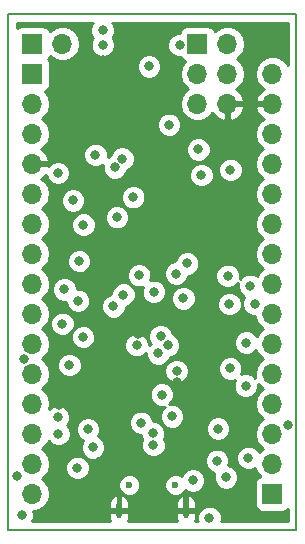
<source format=gbr>
%TF.GenerationSoftware,KiCad,Pcbnew,(5.0.2)-1*%
%TF.CreationDate,2020-12-10T22:03:50+01:00*%
%TF.ProjectId,canduino,63616e64-7569-46e6-9f2e-6b696361645f,rev?*%
%TF.SameCoordinates,Original*%
%TF.FileFunction,Copper,L3,Inr*%
%TF.FilePolarity,Positive*%
%FSLAX46Y46*%
G04 Gerber Fmt 4.6, Leading zero omitted, Abs format (unit mm)*
G04 Created by KiCad (PCBNEW (5.0.2)-1) date 10.12.2020 22:03:50*
%MOMM*%
%LPD*%
G01*
G04 APERTURE LIST*
%ADD10C,0.200000*%
%ADD11O,1.700000X1.700000*%
%ADD12R,1.700000X1.700000*%
%ADD13C,0.600000*%
%ADD14O,0.450000X1.450000*%
%ADD15C,0.800000*%
%ADD16C,0.254000*%
G04 APERTURE END LIST*
D10*
X76708000Y-63500000D02*
X101092000Y-63500000D01*
X76708000Y-107188000D02*
X76708000Y-63500000D01*
X101092000Y-107188000D02*
X76708000Y-107188000D01*
X101092000Y-63500000D02*
X101092000Y-107188000D01*
D11*
X99060000Y-68580000D03*
X99060000Y-71120000D03*
X99060000Y-73660000D03*
X99060000Y-76200000D03*
X99060000Y-78740000D03*
X99060000Y-81280000D03*
X99060000Y-83820000D03*
X99060000Y-86360000D03*
X99060000Y-88900000D03*
X99060000Y-91440000D03*
X99060000Y-93980000D03*
X99060000Y-96520000D03*
X99060000Y-99060000D03*
X99060000Y-101600000D03*
D12*
X99060000Y-104140000D03*
X78740000Y-68580000D03*
D11*
X78740000Y-71120000D03*
X78740000Y-73660000D03*
X78740000Y-76200000D03*
X78740000Y-78740000D03*
X78740000Y-81280000D03*
X78740000Y-83820000D03*
X78740000Y-86360000D03*
X78740000Y-88900000D03*
X78740000Y-91440000D03*
X78740000Y-93980000D03*
X78740000Y-96520000D03*
X78740000Y-99060000D03*
X78740000Y-101600000D03*
X78740000Y-104140000D03*
D12*
X92710000Y-66040000D03*
D11*
X95250000Y-66040000D03*
X92710000Y-68580000D03*
X95250000Y-68580000D03*
X92710000Y-71120000D03*
X95250000Y-71120000D03*
D13*
X86950000Y-103395000D03*
X90850000Y-103395000D03*
D14*
X86075000Y-105545000D03*
X91725000Y-105545000D03*
D12*
X78740000Y-66040000D03*
D11*
X81280000Y-66040000D03*
D15*
X95504000Y-76708000D03*
X85890100Y-80721200D03*
X83058000Y-81352000D03*
X85189060Y-78714600D03*
X84678520Y-67409060D03*
X82278220Y-69301360D03*
X84277200Y-69623940D03*
X86367620Y-69298820D03*
X88447880Y-69364860D03*
X89514680Y-70860920D03*
X91587320Y-75857100D03*
X94942660Y-73936860D03*
X89161620Y-85120480D03*
X80645000Y-91186000D03*
X96047560Y-104922320D03*
X88953340Y-105529380D03*
X91003120Y-94701360D03*
X81026000Y-96647000D03*
X87718900Y-90601800D03*
X83972400Y-89839800D03*
X90439240Y-102283260D03*
X82550000Y-104407500D03*
X83738720Y-97121980D03*
X95250000Y-97395500D03*
X90970100Y-100152200D03*
X96418400Y-99136200D03*
X92786200Y-74980800D03*
X85712300Y-76492100D03*
X82169000Y-79301999D03*
X84693760Y-66136520D03*
X84074000Y-75438000D03*
X90309700Y-72898000D03*
X95415100Y-88074500D03*
X87553800Y-91554300D03*
X95481140Y-93525340D03*
X96799400Y-94983300D03*
X83439000Y-98679000D03*
X90563700Y-97579180D03*
X92329000Y-102997000D03*
X82550000Y-101932500D03*
X83030010Y-90868500D03*
X81280000Y-89740500D03*
X82599998Y-87795148D03*
X93726000Y-106172000D03*
X95123000Y-102743000D03*
X94361000Y-101346000D03*
X87927729Y-98129137D03*
X89009220Y-87038180D03*
X89695020Y-95730060D03*
X89382600Y-92240100D03*
X91517382Y-87582922D03*
X91846400Y-84632800D03*
X87274400Y-79027020D03*
X95267780Y-85676740D03*
X80899000Y-97663000D03*
X97155000Y-86525100D03*
X96842580Y-91338400D03*
X90944700Y-93738700D03*
X88953340Y-99001580D03*
X88975000Y-100014234D03*
X88612980Y-67940001D03*
X91191080Y-66144140D03*
X80909160Y-76979780D03*
X77824673Y-105949190D03*
X77431900Y-102666800D03*
X86352380Y-75763120D03*
X90909140Y-85488780D03*
X90195400Y-91554300D03*
X81870174Y-93239775D03*
X77985990Y-92741463D03*
X85598000Y-88265000D03*
X84678520Y-64894460D03*
X89598500Y-90805000D03*
X93035120Y-77149960D03*
X94449900Y-98615500D03*
X97028000Y-101092000D03*
X87767160Y-85628480D03*
X82689657Y-84435519D03*
X86448900Y-87261700D03*
X81444847Y-86824567D03*
X100418900Y-98285300D03*
X97548700Y-88036400D03*
X83858100Y-100203000D03*
X80937100Y-99072700D03*
D16*
G36*
X83801089Y-64308180D02*
X83643520Y-64688586D01*
X83643520Y-65100334D01*
X83801089Y-65480740D01*
X83843459Y-65523110D01*
X83816329Y-65550240D01*
X83658760Y-65930646D01*
X83658760Y-66342394D01*
X83816329Y-66722800D01*
X84107480Y-67013951D01*
X84487886Y-67171520D01*
X84899634Y-67171520D01*
X85280040Y-67013951D01*
X85571191Y-66722800D01*
X85728760Y-66342394D01*
X85728760Y-65938266D01*
X90156080Y-65938266D01*
X90156080Y-66350014D01*
X90313649Y-66730420D01*
X90604800Y-67021571D01*
X90985206Y-67179140D01*
X91289489Y-67179140D01*
X91402191Y-67347809D01*
X91612235Y-67488157D01*
X91657619Y-67497184D01*
X91639375Y-67509375D01*
X91311161Y-68000582D01*
X91195908Y-68580000D01*
X91311161Y-69159418D01*
X91639375Y-69650625D01*
X91937761Y-69850000D01*
X91639375Y-70049375D01*
X91311161Y-70540582D01*
X91195908Y-71120000D01*
X91311161Y-71699418D01*
X91639375Y-72190625D01*
X92130582Y-72518839D01*
X92563744Y-72605000D01*
X92856256Y-72605000D01*
X93289418Y-72518839D01*
X93780625Y-72190625D01*
X93981353Y-71890214D01*
X94368642Y-72315183D01*
X94893108Y-72561486D01*
X95123000Y-72440819D01*
X95123000Y-71247000D01*
X95377000Y-71247000D01*
X95377000Y-72440819D01*
X95606892Y-72561486D01*
X96131358Y-72315183D01*
X96521645Y-71886924D01*
X96691476Y-71476890D01*
X96570155Y-71247000D01*
X95377000Y-71247000D01*
X95123000Y-71247000D01*
X95103000Y-71247000D01*
X95103000Y-70993000D01*
X95123000Y-70993000D01*
X95123000Y-70973000D01*
X95377000Y-70973000D01*
X95377000Y-70993000D01*
X96570155Y-70993000D01*
X96691476Y-70763110D01*
X96521645Y-70353076D01*
X96131358Y-69924817D01*
X96001522Y-69863843D01*
X96320625Y-69650625D01*
X96648839Y-69159418D01*
X96764092Y-68580000D01*
X96648839Y-68000582D01*
X96320625Y-67509375D01*
X96022239Y-67310000D01*
X96320625Y-67110625D01*
X96648839Y-66619418D01*
X96764092Y-66040000D01*
X96648839Y-65460582D01*
X96320625Y-64969375D01*
X95829418Y-64641161D01*
X95396256Y-64555000D01*
X95103744Y-64555000D01*
X94670582Y-64641161D01*
X94179375Y-64969375D01*
X94167184Y-64987619D01*
X94158157Y-64942235D01*
X94017809Y-64732191D01*
X93807765Y-64591843D01*
X93560000Y-64542560D01*
X91860000Y-64542560D01*
X91612235Y-64591843D01*
X91402191Y-64732191D01*
X91261843Y-64942235D01*
X91228644Y-65109140D01*
X90985206Y-65109140D01*
X90604800Y-65266709D01*
X90313649Y-65557860D01*
X90156080Y-65938266D01*
X85728760Y-65938266D01*
X85728760Y-65930646D01*
X85571191Y-65550240D01*
X85528821Y-65507870D01*
X85555951Y-65480740D01*
X85713520Y-65100334D01*
X85713520Y-64688586D01*
X85555951Y-64308180D01*
X85482771Y-64235000D01*
X100357000Y-64235000D01*
X100357000Y-67848169D01*
X100130625Y-67509375D01*
X99639418Y-67181161D01*
X99206256Y-67095000D01*
X98913744Y-67095000D01*
X98480582Y-67181161D01*
X97989375Y-67509375D01*
X97661161Y-68000582D01*
X97545908Y-68580000D01*
X97661161Y-69159418D01*
X97989375Y-69650625D01*
X98308478Y-69863843D01*
X98178642Y-69924817D01*
X97788355Y-70353076D01*
X97618524Y-70763110D01*
X97739845Y-70993000D01*
X98933000Y-70993000D01*
X98933000Y-70973000D01*
X99187000Y-70973000D01*
X99187000Y-70993000D01*
X99207000Y-70993000D01*
X99207000Y-71247000D01*
X99187000Y-71247000D01*
X99187000Y-71267000D01*
X98933000Y-71267000D01*
X98933000Y-71247000D01*
X97739845Y-71247000D01*
X97618524Y-71476890D01*
X97788355Y-71886924D01*
X98178642Y-72315183D01*
X98308478Y-72376157D01*
X97989375Y-72589375D01*
X97661161Y-73080582D01*
X97545908Y-73660000D01*
X97661161Y-74239418D01*
X97989375Y-74730625D01*
X98287761Y-74930000D01*
X97989375Y-75129375D01*
X97661161Y-75620582D01*
X97545908Y-76200000D01*
X97661161Y-76779418D01*
X97989375Y-77270625D01*
X98287761Y-77470000D01*
X97989375Y-77669375D01*
X97661161Y-78160582D01*
X97545908Y-78740000D01*
X97661161Y-79319418D01*
X97989375Y-79810625D01*
X98287761Y-80010000D01*
X97989375Y-80209375D01*
X97661161Y-80700582D01*
X97545908Y-81280000D01*
X97661161Y-81859418D01*
X97989375Y-82350625D01*
X98287761Y-82550000D01*
X97989375Y-82749375D01*
X97661161Y-83240582D01*
X97545908Y-83820000D01*
X97661161Y-84399418D01*
X97989375Y-84890625D01*
X98287761Y-85090000D01*
X97989375Y-85289375D01*
X97746490Y-85652879D01*
X97741280Y-85647669D01*
X97360874Y-85490100D01*
X96949126Y-85490100D01*
X96568720Y-85647669D01*
X96280863Y-85935526D01*
X96302780Y-85882614D01*
X96302780Y-85470866D01*
X96145211Y-85090460D01*
X95854060Y-84799309D01*
X95473654Y-84641740D01*
X95061906Y-84641740D01*
X94681500Y-84799309D01*
X94390349Y-85090460D01*
X94232780Y-85470866D01*
X94232780Y-85882614D01*
X94390349Y-86263020D01*
X94681500Y-86554171D01*
X95061906Y-86711740D01*
X95473654Y-86711740D01*
X95854060Y-86554171D01*
X96141917Y-86266314D01*
X96120000Y-86319226D01*
X96120000Y-86730974D01*
X96277569Y-87111380D01*
X96568720Y-87402531D01*
X96674884Y-87446505D01*
X96671269Y-87450120D01*
X96513700Y-87830526D01*
X96513700Y-88242274D01*
X96671269Y-88622680D01*
X96962420Y-88913831D01*
X97342826Y-89071400D01*
X97580001Y-89071400D01*
X97661161Y-89479418D01*
X97989375Y-89970625D01*
X98287761Y-90170000D01*
X97989375Y-90369375D01*
X97725224Y-90764705D01*
X97720011Y-90752120D01*
X97428860Y-90460969D01*
X97048454Y-90303400D01*
X96636706Y-90303400D01*
X96256300Y-90460969D01*
X95965149Y-90752120D01*
X95807580Y-91132526D01*
X95807580Y-91544274D01*
X95965149Y-91924680D01*
X96256300Y-92215831D01*
X96636706Y-92373400D01*
X97048454Y-92373400D01*
X97428860Y-92215831D01*
X97655207Y-91989484D01*
X97661161Y-92019418D01*
X97989375Y-92510625D01*
X98287761Y-92710000D01*
X97989375Y-92909375D01*
X97661161Y-93400582D01*
X97545908Y-93980000D01*
X97616946Y-94337135D01*
X97385680Y-94105869D01*
X97005274Y-93948300D01*
X96593526Y-93948300D01*
X96391570Y-94031953D01*
X96516140Y-93731214D01*
X96516140Y-93319466D01*
X96358571Y-92939060D01*
X96067420Y-92647909D01*
X95687014Y-92490340D01*
X95275266Y-92490340D01*
X94894860Y-92647909D01*
X94603709Y-92939060D01*
X94446140Y-93319466D01*
X94446140Y-93731214D01*
X94603709Y-94111620D01*
X94894860Y-94402771D01*
X95275266Y-94560340D01*
X95687014Y-94560340D01*
X95888970Y-94476687D01*
X95764400Y-94777426D01*
X95764400Y-95189174D01*
X95921969Y-95569580D01*
X96213120Y-95860731D01*
X96593526Y-96018300D01*
X97005274Y-96018300D01*
X97385680Y-95860731D01*
X97676831Y-95569580D01*
X97834400Y-95189174D01*
X97834400Y-94818689D01*
X97989375Y-95050625D01*
X98287761Y-95250000D01*
X97989375Y-95449375D01*
X97661161Y-95940582D01*
X97545908Y-96520000D01*
X97661161Y-97099418D01*
X97989375Y-97590625D01*
X98287761Y-97790000D01*
X97989375Y-97989375D01*
X97661161Y-98480582D01*
X97545908Y-99060000D01*
X97661161Y-99639418D01*
X97989375Y-100130625D01*
X98287761Y-100330000D01*
X97989375Y-100529375D01*
X97943604Y-100597877D01*
X97905431Y-100505720D01*
X97614280Y-100214569D01*
X97233874Y-100057000D01*
X96822126Y-100057000D01*
X96441720Y-100214569D01*
X96150569Y-100505720D01*
X95993000Y-100886126D01*
X95993000Y-101297874D01*
X96150569Y-101678280D01*
X96441720Y-101969431D01*
X96822126Y-102127000D01*
X97233874Y-102127000D01*
X97614280Y-101969431D01*
X97618544Y-101965167D01*
X97661161Y-102179418D01*
X97989375Y-102670625D01*
X98007619Y-102682816D01*
X97962235Y-102691843D01*
X97752191Y-102832191D01*
X97611843Y-103042235D01*
X97562560Y-103290000D01*
X97562560Y-104990000D01*
X97611843Y-105237765D01*
X97752191Y-105447809D01*
X97962235Y-105588157D01*
X98210000Y-105637440D01*
X99910000Y-105637440D01*
X100157765Y-105588157D01*
X100357001Y-105455031D01*
X100357001Y-106453000D01*
X94729882Y-106453000D01*
X94761000Y-106377874D01*
X94761000Y-105966126D01*
X94603431Y-105585720D01*
X94312280Y-105294569D01*
X93931874Y-105137000D01*
X93520126Y-105137000D01*
X93139720Y-105294569D01*
X92848569Y-105585720D01*
X92691000Y-105966126D01*
X92691000Y-106377874D01*
X92722118Y-106453000D01*
X92484662Y-106453000D01*
X92585000Y-106172000D01*
X92585000Y-105672000D01*
X91837500Y-105672000D01*
X91837500Y-105692000D01*
X91612500Y-105692000D01*
X91612500Y-105672000D01*
X90865000Y-105672000D01*
X90865000Y-106172000D01*
X90965338Y-106453000D01*
X86834662Y-106453000D01*
X86935000Y-106172000D01*
X86935000Y-105672000D01*
X86187500Y-105672000D01*
X86187500Y-105692000D01*
X85962500Y-105692000D01*
X85962500Y-105672000D01*
X85215000Y-105672000D01*
X85215000Y-106172000D01*
X85315338Y-106453000D01*
X78736264Y-106453000D01*
X78859673Y-106155064D01*
X78859673Y-105743316D01*
X78810665Y-105625000D01*
X78886256Y-105625000D01*
X79319418Y-105538839D01*
X79810625Y-105210625D01*
X80006150Y-104918000D01*
X85215000Y-104918000D01*
X85215000Y-105418000D01*
X85962500Y-105418000D01*
X85962500Y-104352833D01*
X86187500Y-104352833D01*
X86187500Y-105418000D01*
X86935000Y-105418000D01*
X86935000Y-104918000D01*
X90865000Y-104918000D01*
X90865000Y-105418000D01*
X91612500Y-105418000D01*
X91612500Y-104352833D01*
X91837500Y-104352833D01*
X91837500Y-105418000D01*
X92585000Y-105418000D01*
X92585000Y-104918000D01*
X92470936Y-104598560D01*
X92243310Y-104347086D01*
X91969493Y-104220486D01*
X91837500Y-104352833D01*
X91612500Y-104352833D01*
X91480507Y-104220486D01*
X91206690Y-104347086D01*
X90979064Y-104598560D01*
X90865000Y-104918000D01*
X86935000Y-104918000D01*
X86820936Y-104598560D01*
X86593310Y-104347086D01*
X86319493Y-104220486D01*
X86187500Y-104352833D01*
X85962500Y-104352833D01*
X85830507Y-104220486D01*
X85556690Y-104347086D01*
X85329064Y-104598560D01*
X85215000Y-104918000D01*
X80006150Y-104918000D01*
X80138839Y-104719418D01*
X80254092Y-104140000D01*
X80138839Y-103560582D01*
X79903931Y-103209017D01*
X86015000Y-103209017D01*
X86015000Y-103580983D01*
X86157345Y-103924635D01*
X86420365Y-104187655D01*
X86764017Y-104330000D01*
X87135983Y-104330000D01*
X87479635Y-104187655D01*
X87742655Y-103924635D01*
X87885000Y-103580983D01*
X87885000Y-103209017D01*
X89915000Y-103209017D01*
X89915000Y-103580983D01*
X90057345Y-103924635D01*
X90320365Y-104187655D01*
X90664017Y-104330000D01*
X91035983Y-104330000D01*
X91379635Y-104187655D01*
X91642655Y-103924635D01*
X91686668Y-103818379D01*
X91742720Y-103874431D01*
X92123126Y-104032000D01*
X92534874Y-104032000D01*
X92915280Y-103874431D01*
X93206431Y-103583280D01*
X93364000Y-103202874D01*
X93364000Y-102791126D01*
X93206431Y-102410720D01*
X92915280Y-102119569D01*
X92534874Y-101962000D01*
X92123126Y-101962000D01*
X91742720Y-102119569D01*
X91451569Y-102410720D01*
X91373285Y-102599715D01*
X91035983Y-102460000D01*
X90664017Y-102460000D01*
X90320365Y-102602345D01*
X90057345Y-102865365D01*
X89915000Y-103209017D01*
X87885000Y-103209017D01*
X87742655Y-102865365D01*
X87479635Y-102602345D01*
X87135983Y-102460000D01*
X86764017Y-102460000D01*
X86420365Y-102602345D01*
X86157345Y-102865365D01*
X86015000Y-103209017D01*
X79903931Y-103209017D01*
X79810625Y-103069375D01*
X79512239Y-102870000D01*
X79810625Y-102670625D01*
X80138839Y-102179418D01*
X80228904Y-101726626D01*
X81515000Y-101726626D01*
X81515000Y-102138374D01*
X81672569Y-102518780D01*
X81963720Y-102809931D01*
X82344126Y-102967500D01*
X82755874Y-102967500D01*
X83136280Y-102809931D01*
X83427431Y-102518780D01*
X83585000Y-102138374D01*
X83585000Y-101726626D01*
X83427431Y-101346220D01*
X83136280Y-101055069D01*
X82755874Y-100897500D01*
X82344126Y-100897500D01*
X81963720Y-101055069D01*
X81672569Y-101346220D01*
X81515000Y-101726626D01*
X80228904Y-101726626D01*
X80254092Y-101600000D01*
X80138839Y-101020582D01*
X79810625Y-100529375D01*
X79512239Y-100330000D01*
X79810625Y-100130625D01*
X80099293Y-99698604D01*
X80350820Y-99950131D01*
X80731226Y-100107700D01*
X81142974Y-100107700D01*
X81523380Y-99950131D01*
X81814531Y-99658980D01*
X81972100Y-99278574D01*
X81972100Y-98866826D01*
X81814531Y-98486420D01*
X81801237Y-98473126D01*
X82404000Y-98473126D01*
X82404000Y-98884874D01*
X82561569Y-99265280D01*
X82852720Y-99556431D01*
X82985824Y-99611565D01*
X82980669Y-99616720D01*
X82823100Y-99997126D01*
X82823100Y-100408874D01*
X82980669Y-100789280D01*
X83271820Y-101080431D01*
X83652226Y-101238000D01*
X84063974Y-101238000D01*
X84300263Y-101140126D01*
X93326000Y-101140126D01*
X93326000Y-101551874D01*
X93483569Y-101932280D01*
X93774720Y-102223431D01*
X94153029Y-102380131D01*
X94088000Y-102537126D01*
X94088000Y-102948874D01*
X94245569Y-103329280D01*
X94536720Y-103620431D01*
X94917126Y-103778000D01*
X95328874Y-103778000D01*
X95709280Y-103620431D01*
X96000431Y-103329280D01*
X96158000Y-102948874D01*
X96158000Y-102537126D01*
X96000431Y-102156720D01*
X95709280Y-101865569D01*
X95330971Y-101708869D01*
X95396000Y-101551874D01*
X95396000Y-101140126D01*
X95238431Y-100759720D01*
X94947280Y-100468569D01*
X94566874Y-100311000D01*
X94155126Y-100311000D01*
X93774720Y-100468569D01*
X93483569Y-100759720D01*
X93326000Y-101140126D01*
X84300263Y-101140126D01*
X84444380Y-101080431D01*
X84735531Y-100789280D01*
X84893100Y-100408874D01*
X84893100Y-99997126D01*
X84735531Y-99616720D01*
X84444380Y-99325569D01*
X84311276Y-99270435D01*
X84316431Y-99265280D01*
X84474000Y-98884874D01*
X84474000Y-98473126D01*
X84316431Y-98092720D01*
X84146974Y-97923263D01*
X86892729Y-97923263D01*
X86892729Y-98335011D01*
X87050298Y-98715417D01*
X87341449Y-99006568D01*
X87721855Y-99164137D01*
X87918340Y-99164137D01*
X87918340Y-99207454D01*
X88053621Y-99534053D01*
X87940000Y-99808360D01*
X87940000Y-100220108D01*
X88097569Y-100600514D01*
X88388720Y-100891665D01*
X88769126Y-101049234D01*
X89180874Y-101049234D01*
X89561280Y-100891665D01*
X89852431Y-100600514D01*
X90010000Y-100220108D01*
X90010000Y-99808360D01*
X89874719Y-99481761D01*
X89988340Y-99207454D01*
X89988340Y-98795706D01*
X89830771Y-98415300D01*
X89539620Y-98124149D01*
X89159214Y-97966580D01*
X88962729Y-97966580D01*
X88962729Y-97923263D01*
X88805160Y-97542857D01*
X88514009Y-97251706D01*
X88133603Y-97094137D01*
X87721855Y-97094137D01*
X87341449Y-97251706D01*
X87050298Y-97542857D01*
X86892729Y-97923263D01*
X84146974Y-97923263D01*
X84025280Y-97801569D01*
X83644874Y-97644000D01*
X83233126Y-97644000D01*
X82852720Y-97801569D01*
X82561569Y-98092720D01*
X82404000Y-98473126D01*
X81801237Y-98473126D01*
X81676911Y-98348800D01*
X81776431Y-98249280D01*
X81934000Y-97868874D01*
X81934000Y-97457126D01*
X81776431Y-97076720D01*
X81485280Y-96785569D01*
X81104874Y-96628000D01*
X80693126Y-96628000D01*
X80312720Y-96785569D01*
X80173593Y-96924696D01*
X80254092Y-96520000D01*
X80138839Y-95940582D01*
X79860613Y-95524186D01*
X88660020Y-95524186D01*
X88660020Y-95935934D01*
X88817589Y-96316340D01*
X89108740Y-96607491D01*
X89489146Y-96765060D01*
X89900894Y-96765060D01*
X89923453Y-96755716D01*
X89686269Y-96992900D01*
X89528700Y-97373306D01*
X89528700Y-97785054D01*
X89686269Y-98165460D01*
X89977420Y-98456611D01*
X90357826Y-98614180D01*
X90769574Y-98614180D01*
X91149980Y-98456611D01*
X91196965Y-98409626D01*
X93414900Y-98409626D01*
X93414900Y-98821374D01*
X93572469Y-99201780D01*
X93863620Y-99492931D01*
X94244026Y-99650500D01*
X94655774Y-99650500D01*
X95036180Y-99492931D01*
X95327331Y-99201780D01*
X95484900Y-98821374D01*
X95484900Y-98409626D01*
X95327331Y-98029220D01*
X95036180Y-97738069D01*
X94655774Y-97580500D01*
X94244026Y-97580500D01*
X93863620Y-97738069D01*
X93572469Y-98029220D01*
X93414900Y-98409626D01*
X91196965Y-98409626D01*
X91441131Y-98165460D01*
X91598700Y-97785054D01*
X91598700Y-97373306D01*
X91441131Y-96992900D01*
X91149980Y-96701749D01*
X90769574Y-96544180D01*
X90357826Y-96544180D01*
X90335267Y-96553524D01*
X90572451Y-96316340D01*
X90730020Y-95935934D01*
X90730020Y-95524186D01*
X90572451Y-95143780D01*
X90281300Y-94852629D01*
X89900894Y-94695060D01*
X89489146Y-94695060D01*
X89108740Y-94852629D01*
X88817589Y-95143780D01*
X88660020Y-95524186D01*
X79860613Y-95524186D01*
X79810625Y-95449375D01*
X79512239Y-95250000D01*
X79810625Y-95050625D01*
X80138839Y-94559418D01*
X80254092Y-93980000D01*
X80138839Y-93400582D01*
X79893831Y-93033901D01*
X80835174Y-93033901D01*
X80835174Y-93445649D01*
X80992743Y-93826055D01*
X81283894Y-94117206D01*
X81664300Y-94274775D01*
X82076048Y-94274775D01*
X82456454Y-94117206D01*
X82747605Y-93826055D01*
X82869064Y-93532826D01*
X89909700Y-93532826D01*
X89909700Y-93944574D01*
X90067269Y-94324980D01*
X90358420Y-94616131D01*
X90738826Y-94773700D01*
X91150574Y-94773700D01*
X91530980Y-94616131D01*
X91822131Y-94324980D01*
X91979700Y-93944574D01*
X91979700Y-93532826D01*
X91822131Y-93152420D01*
X91530980Y-92861269D01*
X91150574Y-92703700D01*
X90738826Y-92703700D01*
X90358420Y-92861269D01*
X90067269Y-93152420D01*
X89909700Y-93532826D01*
X82869064Y-93532826D01*
X82905174Y-93445649D01*
X82905174Y-93033901D01*
X82747605Y-92653495D01*
X82456454Y-92362344D01*
X82076048Y-92204775D01*
X81664300Y-92204775D01*
X81283894Y-92362344D01*
X80992743Y-92653495D01*
X80835174Y-93033901D01*
X79893831Y-93033901D01*
X79810625Y-92909375D01*
X79512239Y-92710000D01*
X79810625Y-92510625D01*
X80138839Y-92019418D01*
X80254092Y-91440000D01*
X80138839Y-90860582D01*
X79810625Y-90369375D01*
X79512239Y-90170000D01*
X79810625Y-89970625D01*
X80101950Y-89534626D01*
X80245000Y-89534626D01*
X80245000Y-89946374D01*
X80402569Y-90326780D01*
X80693720Y-90617931D01*
X81074126Y-90775500D01*
X81485874Y-90775500D01*
X81866280Y-90617931D01*
X82117640Y-90366571D01*
X81995010Y-90662626D01*
X81995010Y-91074374D01*
X82152579Y-91454780D01*
X82443730Y-91745931D01*
X82824136Y-91903500D01*
X83235884Y-91903500D01*
X83616290Y-91745931D01*
X83907441Y-91454780D01*
X83951494Y-91348426D01*
X86518800Y-91348426D01*
X86518800Y-91760174D01*
X86676369Y-92140580D01*
X86967520Y-92431731D01*
X87347926Y-92589300D01*
X87759674Y-92589300D01*
X88140080Y-92431731D01*
X88347600Y-92224211D01*
X88347600Y-92445974D01*
X88505169Y-92826380D01*
X88796320Y-93117531D01*
X89176726Y-93275100D01*
X89588474Y-93275100D01*
X89968880Y-93117531D01*
X90260031Y-92826380D01*
X90358233Y-92589300D01*
X90401274Y-92589300D01*
X90781680Y-92431731D01*
X91072831Y-92140580D01*
X91230400Y-91760174D01*
X91230400Y-91348426D01*
X91072831Y-90968020D01*
X90781680Y-90676869D01*
X90633500Y-90615491D01*
X90633500Y-90599126D01*
X90475931Y-90218720D01*
X90184780Y-89927569D01*
X89804374Y-89770000D01*
X89392626Y-89770000D01*
X89012220Y-89927569D01*
X88721069Y-90218720D01*
X88563500Y-90599126D01*
X88563500Y-91010874D01*
X88721069Y-91391280D01*
X88744389Y-91414600D01*
X88588800Y-91570189D01*
X88588800Y-91348426D01*
X88431231Y-90968020D01*
X88140080Y-90676869D01*
X87759674Y-90519300D01*
X87347926Y-90519300D01*
X86967520Y-90676869D01*
X86676369Y-90968020D01*
X86518800Y-91348426D01*
X83951494Y-91348426D01*
X84065010Y-91074374D01*
X84065010Y-90662626D01*
X83907441Y-90282220D01*
X83616290Y-89991069D01*
X83235884Y-89833500D01*
X82824136Y-89833500D01*
X82443730Y-89991069D01*
X82192370Y-90242429D01*
X82315000Y-89946374D01*
X82315000Y-89534626D01*
X82157431Y-89154220D01*
X81866280Y-88863069D01*
X81485874Y-88705500D01*
X81074126Y-88705500D01*
X80693720Y-88863069D01*
X80402569Y-89154220D01*
X80245000Y-89534626D01*
X80101950Y-89534626D01*
X80138839Y-89479418D01*
X80254092Y-88900000D01*
X80138839Y-88320582D01*
X79810625Y-87829375D01*
X79512239Y-87630000D01*
X79810625Y-87430625D01*
X80138839Y-86939418D01*
X80202634Y-86618693D01*
X80409847Y-86618693D01*
X80409847Y-87030441D01*
X80567416Y-87410847D01*
X80858567Y-87701998D01*
X81238973Y-87859567D01*
X81564998Y-87859567D01*
X81564998Y-88001022D01*
X81722567Y-88381428D01*
X82013718Y-88672579D01*
X82394124Y-88830148D01*
X82805872Y-88830148D01*
X83186278Y-88672579D01*
X83477429Y-88381428D01*
X83610930Y-88059126D01*
X84563000Y-88059126D01*
X84563000Y-88470874D01*
X84720569Y-88851280D01*
X85011720Y-89142431D01*
X85392126Y-89300000D01*
X85803874Y-89300000D01*
X86184280Y-89142431D01*
X86475431Y-88851280D01*
X86633000Y-88470874D01*
X86633000Y-88296700D01*
X86654774Y-88296700D01*
X87035180Y-88139131D01*
X87326331Y-87847980D01*
X87483900Y-87467574D01*
X87483900Y-87055826D01*
X87326331Y-86675420D01*
X87035180Y-86384269D01*
X86654774Y-86226700D01*
X86243026Y-86226700D01*
X85862620Y-86384269D01*
X85571469Y-86675420D01*
X85413900Y-87055826D01*
X85413900Y-87230000D01*
X85392126Y-87230000D01*
X85011720Y-87387569D01*
X84720569Y-87678720D01*
X84563000Y-88059126D01*
X83610930Y-88059126D01*
X83634998Y-88001022D01*
X83634998Y-87589274D01*
X83477429Y-87208868D01*
X83186278Y-86917717D01*
X82805872Y-86760148D01*
X82479847Y-86760148D01*
X82479847Y-86618693D01*
X82322278Y-86238287D01*
X82031127Y-85947136D01*
X81650721Y-85789567D01*
X81238973Y-85789567D01*
X80858567Y-85947136D01*
X80567416Y-86238287D01*
X80409847Y-86618693D01*
X80202634Y-86618693D01*
X80254092Y-86360000D01*
X80138839Y-85780582D01*
X79810625Y-85289375D01*
X79512239Y-85090000D01*
X79810625Y-84890625D01*
X80138839Y-84399418D01*
X80172608Y-84229645D01*
X81654657Y-84229645D01*
X81654657Y-84641393D01*
X81812226Y-85021799D01*
X82103377Y-85312950D01*
X82483783Y-85470519D01*
X82895531Y-85470519D01*
X83011203Y-85422606D01*
X86732160Y-85422606D01*
X86732160Y-85834354D01*
X86889729Y-86214760D01*
X87180880Y-86505911D01*
X87561286Y-86663480D01*
X87973034Y-86663480D01*
X88058878Y-86627922D01*
X87974220Y-86832306D01*
X87974220Y-87244054D01*
X88131789Y-87624460D01*
X88422940Y-87915611D01*
X88803346Y-88073180D01*
X89215094Y-88073180D01*
X89595500Y-87915611D01*
X89886651Y-87624460D01*
X89989132Y-87377048D01*
X90482382Y-87377048D01*
X90482382Y-87788796D01*
X90639951Y-88169202D01*
X90931102Y-88460353D01*
X91311508Y-88617922D01*
X91723256Y-88617922D01*
X92103662Y-88460353D01*
X92394813Y-88169202D01*
X92519315Y-87868626D01*
X94380100Y-87868626D01*
X94380100Y-88280374D01*
X94537669Y-88660780D01*
X94828820Y-88951931D01*
X95209226Y-89109500D01*
X95620974Y-89109500D01*
X96001380Y-88951931D01*
X96292531Y-88660780D01*
X96450100Y-88280374D01*
X96450100Y-87868626D01*
X96292531Y-87488220D01*
X96001380Y-87197069D01*
X95620974Y-87039500D01*
X95209226Y-87039500D01*
X94828820Y-87197069D01*
X94537669Y-87488220D01*
X94380100Y-87868626D01*
X92519315Y-87868626D01*
X92552382Y-87788796D01*
X92552382Y-87377048D01*
X92394813Y-86996642D01*
X92103662Y-86705491D01*
X91723256Y-86547922D01*
X91311508Y-86547922D01*
X90931102Y-86705491D01*
X90639951Y-86996642D01*
X90482382Y-87377048D01*
X89989132Y-87377048D01*
X90044220Y-87244054D01*
X90044220Y-86832306D01*
X89886651Y-86451900D01*
X89595500Y-86160749D01*
X89215094Y-86003180D01*
X88803346Y-86003180D01*
X88717502Y-86038738D01*
X88802160Y-85834354D01*
X88802160Y-85422606D01*
X88744295Y-85282906D01*
X89874140Y-85282906D01*
X89874140Y-85694654D01*
X90031709Y-86075060D01*
X90322860Y-86366211D01*
X90703266Y-86523780D01*
X91115014Y-86523780D01*
X91495420Y-86366211D01*
X91786571Y-86075060D01*
X91944140Y-85694654D01*
X91944140Y-85667800D01*
X92052274Y-85667800D01*
X92432680Y-85510231D01*
X92723831Y-85219080D01*
X92881400Y-84838674D01*
X92881400Y-84426926D01*
X92723831Y-84046520D01*
X92432680Y-83755369D01*
X92052274Y-83597800D01*
X91640526Y-83597800D01*
X91260120Y-83755369D01*
X90968969Y-84046520D01*
X90811400Y-84426926D01*
X90811400Y-84453780D01*
X90703266Y-84453780D01*
X90322860Y-84611349D01*
X90031709Y-84902500D01*
X89874140Y-85282906D01*
X88744295Y-85282906D01*
X88644591Y-85042200D01*
X88353440Y-84751049D01*
X87973034Y-84593480D01*
X87561286Y-84593480D01*
X87180880Y-84751049D01*
X86889729Y-85042200D01*
X86732160Y-85422606D01*
X83011203Y-85422606D01*
X83275937Y-85312950D01*
X83567088Y-85021799D01*
X83724657Y-84641393D01*
X83724657Y-84229645D01*
X83567088Y-83849239D01*
X83275937Y-83558088D01*
X82895531Y-83400519D01*
X82483783Y-83400519D01*
X82103377Y-83558088D01*
X81812226Y-83849239D01*
X81654657Y-84229645D01*
X80172608Y-84229645D01*
X80254092Y-83820000D01*
X80138839Y-83240582D01*
X79810625Y-82749375D01*
X79512239Y-82550000D01*
X79810625Y-82350625D01*
X80138839Y-81859418D01*
X80254092Y-81280000D01*
X80227463Y-81146126D01*
X82023000Y-81146126D01*
X82023000Y-81557874D01*
X82180569Y-81938280D01*
X82471720Y-82229431D01*
X82852126Y-82387000D01*
X83263874Y-82387000D01*
X83644280Y-82229431D01*
X83935431Y-81938280D01*
X84093000Y-81557874D01*
X84093000Y-81146126D01*
X83935431Y-80765720D01*
X83685037Y-80515326D01*
X84855100Y-80515326D01*
X84855100Y-80927074D01*
X85012669Y-81307480D01*
X85303820Y-81598631D01*
X85684226Y-81756200D01*
X86095974Y-81756200D01*
X86476380Y-81598631D01*
X86767531Y-81307480D01*
X86925100Y-80927074D01*
X86925100Y-80515326D01*
X86767531Y-80134920D01*
X86476380Y-79843769D01*
X86095974Y-79686200D01*
X85684226Y-79686200D01*
X85303820Y-79843769D01*
X85012669Y-80134920D01*
X84855100Y-80515326D01*
X83685037Y-80515326D01*
X83644280Y-80474569D01*
X83263874Y-80317000D01*
X82852126Y-80317000D01*
X82471720Y-80474569D01*
X82180569Y-80765720D01*
X82023000Y-81146126D01*
X80227463Y-81146126D01*
X80138839Y-80700582D01*
X79810625Y-80209375D01*
X79512239Y-80010000D01*
X79810625Y-79810625D01*
X80138839Y-79319418D01*
X80183254Y-79096125D01*
X81134000Y-79096125D01*
X81134000Y-79507873D01*
X81291569Y-79888279D01*
X81582720Y-80179430D01*
X81963126Y-80336999D01*
X82374874Y-80336999D01*
X82755280Y-80179430D01*
X83046431Y-79888279D01*
X83204000Y-79507873D01*
X83204000Y-79096125D01*
X83090101Y-78821146D01*
X86239400Y-78821146D01*
X86239400Y-79232894D01*
X86396969Y-79613300D01*
X86688120Y-79904451D01*
X87068526Y-80062020D01*
X87480274Y-80062020D01*
X87860680Y-79904451D01*
X88151831Y-79613300D01*
X88309400Y-79232894D01*
X88309400Y-78821146D01*
X88151831Y-78440740D01*
X87860680Y-78149589D01*
X87480274Y-77992020D01*
X87068526Y-77992020D01*
X86688120Y-78149589D01*
X86396969Y-78440740D01*
X86239400Y-78821146D01*
X83090101Y-78821146D01*
X83046431Y-78715719D01*
X82755280Y-78424568D01*
X82374874Y-78266999D01*
X81963126Y-78266999D01*
X81582720Y-78424568D01*
X81291569Y-78715719D01*
X81134000Y-79096125D01*
X80183254Y-79096125D01*
X80254092Y-78740000D01*
X80138839Y-78160582D01*
X79810625Y-77669375D01*
X79491522Y-77456157D01*
X79621358Y-77395183D01*
X79874160Y-77117785D01*
X79874160Y-77185654D01*
X80031729Y-77566060D01*
X80322880Y-77857211D01*
X80703286Y-78014780D01*
X81115034Y-78014780D01*
X81495440Y-77857211D01*
X81786591Y-77566060D01*
X81944160Y-77185654D01*
X81944160Y-76773906D01*
X81786591Y-76393500D01*
X81495440Y-76102349D01*
X81115034Y-75944780D01*
X80703286Y-75944780D01*
X80322880Y-76102349D01*
X80073307Y-76351922D01*
X80060155Y-76327000D01*
X78867000Y-76327000D01*
X78867000Y-76347000D01*
X78613000Y-76347000D01*
X78613000Y-76327000D01*
X78593000Y-76327000D01*
X78593000Y-76073000D01*
X78613000Y-76073000D01*
X78613000Y-76053000D01*
X78867000Y-76053000D01*
X78867000Y-76073000D01*
X80060155Y-76073000D01*
X80181476Y-75843110D01*
X80011645Y-75433076D01*
X79828513Y-75232126D01*
X83039000Y-75232126D01*
X83039000Y-75643874D01*
X83196569Y-76024280D01*
X83487720Y-76315431D01*
X83868126Y-76473000D01*
X84279874Y-76473000D01*
X84660280Y-76315431D01*
X84677300Y-76298411D01*
X84677300Y-76697974D01*
X84834869Y-77078380D01*
X85126020Y-77369531D01*
X85506426Y-77527100D01*
X85918174Y-77527100D01*
X86298580Y-77369531D01*
X86589731Y-77078380D01*
X86645357Y-76944086D01*
X92000120Y-76944086D01*
X92000120Y-77355834D01*
X92157689Y-77736240D01*
X92448840Y-78027391D01*
X92829246Y-78184960D01*
X93240994Y-78184960D01*
X93621400Y-78027391D01*
X93912551Y-77736240D01*
X94070120Y-77355834D01*
X94070120Y-76944086D01*
X93912551Y-76563680D01*
X93850997Y-76502126D01*
X94469000Y-76502126D01*
X94469000Y-76913874D01*
X94626569Y-77294280D01*
X94917720Y-77585431D01*
X95298126Y-77743000D01*
X95709874Y-77743000D01*
X96090280Y-77585431D01*
X96381431Y-77294280D01*
X96539000Y-76913874D01*
X96539000Y-76502126D01*
X96381431Y-76121720D01*
X96090280Y-75830569D01*
X95709874Y-75673000D01*
X95298126Y-75673000D01*
X94917720Y-75830569D01*
X94626569Y-76121720D01*
X94469000Y-76502126D01*
X93850997Y-76502126D01*
X93621400Y-76272529D01*
X93240994Y-76114960D01*
X92829246Y-76114960D01*
X92448840Y-76272529D01*
X92157689Y-76563680D01*
X92000120Y-76944086D01*
X86645357Y-76944086D01*
X86736380Y-76724338D01*
X86938660Y-76640551D01*
X87229811Y-76349400D01*
X87387380Y-75968994D01*
X87387380Y-75557246D01*
X87229811Y-75176840D01*
X86938660Y-74885689D01*
X86671254Y-74774926D01*
X91751200Y-74774926D01*
X91751200Y-75186674D01*
X91908769Y-75567080D01*
X92199920Y-75858231D01*
X92580326Y-76015800D01*
X92992074Y-76015800D01*
X93372480Y-75858231D01*
X93663631Y-75567080D01*
X93821200Y-75186674D01*
X93821200Y-74774926D01*
X93663631Y-74394520D01*
X93372480Y-74103369D01*
X92992074Y-73945800D01*
X92580326Y-73945800D01*
X92199920Y-74103369D01*
X91908769Y-74394520D01*
X91751200Y-74774926D01*
X86671254Y-74774926D01*
X86558254Y-74728120D01*
X86146506Y-74728120D01*
X85766100Y-74885689D01*
X85474949Y-75176840D01*
X85328300Y-75530882D01*
X85126020Y-75614669D01*
X85109000Y-75631689D01*
X85109000Y-75232126D01*
X84951431Y-74851720D01*
X84660280Y-74560569D01*
X84279874Y-74403000D01*
X83868126Y-74403000D01*
X83487720Y-74560569D01*
X83196569Y-74851720D01*
X83039000Y-75232126D01*
X79828513Y-75232126D01*
X79621358Y-75004817D01*
X79491522Y-74943843D01*
X79810625Y-74730625D01*
X80138839Y-74239418D01*
X80254092Y-73660000D01*
X80138839Y-73080582D01*
X79879282Y-72692126D01*
X89274700Y-72692126D01*
X89274700Y-73103874D01*
X89432269Y-73484280D01*
X89723420Y-73775431D01*
X90103826Y-73933000D01*
X90515574Y-73933000D01*
X90895980Y-73775431D01*
X91187131Y-73484280D01*
X91344700Y-73103874D01*
X91344700Y-72692126D01*
X91187131Y-72311720D01*
X90895980Y-72020569D01*
X90515574Y-71863000D01*
X90103826Y-71863000D01*
X89723420Y-72020569D01*
X89432269Y-72311720D01*
X89274700Y-72692126D01*
X79879282Y-72692126D01*
X79810625Y-72589375D01*
X79512239Y-72390000D01*
X79810625Y-72190625D01*
X80138839Y-71699418D01*
X80254092Y-71120000D01*
X80138839Y-70540582D01*
X79810625Y-70049375D01*
X79792381Y-70037184D01*
X79837765Y-70028157D01*
X80047809Y-69887809D01*
X80188157Y-69677765D01*
X80237440Y-69430000D01*
X80237440Y-67734127D01*
X87577980Y-67734127D01*
X87577980Y-68145875D01*
X87735549Y-68526281D01*
X88026700Y-68817432D01*
X88407106Y-68975001D01*
X88818854Y-68975001D01*
X89199260Y-68817432D01*
X89490411Y-68526281D01*
X89647980Y-68145875D01*
X89647980Y-67734127D01*
X89490411Y-67353721D01*
X89199260Y-67062570D01*
X88818854Y-66905001D01*
X88407106Y-66905001D01*
X88026700Y-67062570D01*
X87735549Y-67353721D01*
X87577980Y-67734127D01*
X80237440Y-67734127D01*
X80237440Y-67730000D01*
X80188157Y-67482235D01*
X80073072Y-67310000D01*
X80188157Y-67137765D01*
X80197184Y-67092381D01*
X80209375Y-67110625D01*
X80700582Y-67438839D01*
X81133744Y-67525000D01*
X81426256Y-67525000D01*
X81859418Y-67438839D01*
X82350625Y-67110625D01*
X82678839Y-66619418D01*
X82794092Y-66040000D01*
X82678839Y-65460582D01*
X82350625Y-64969375D01*
X81859418Y-64641161D01*
X81426256Y-64555000D01*
X81133744Y-64555000D01*
X80700582Y-64641161D01*
X80209375Y-64969375D01*
X80197184Y-64987619D01*
X80188157Y-64942235D01*
X80047809Y-64732191D01*
X79837765Y-64591843D01*
X79590000Y-64542560D01*
X77890000Y-64542560D01*
X77642235Y-64591843D01*
X77443000Y-64724969D01*
X77443000Y-64235000D01*
X83874269Y-64235000D01*
X83801089Y-64308180D01*
X83801089Y-64308180D01*
G37*
X83801089Y-64308180D02*
X83643520Y-64688586D01*
X83643520Y-65100334D01*
X83801089Y-65480740D01*
X83843459Y-65523110D01*
X83816329Y-65550240D01*
X83658760Y-65930646D01*
X83658760Y-66342394D01*
X83816329Y-66722800D01*
X84107480Y-67013951D01*
X84487886Y-67171520D01*
X84899634Y-67171520D01*
X85280040Y-67013951D01*
X85571191Y-66722800D01*
X85728760Y-66342394D01*
X85728760Y-65938266D01*
X90156080Y-65938266D01*
X90156080Y-66350014D01*
X90313649Y-66730420D01*
X90604800Y-67021571D01*
X90985206Y-67179140D01*
X91289489Y-67179140D01*
X91402191Y-67347809D01*
X91612235Y-67488157D01*
X91657619Y-67497184D01*
X91639375Y-67509375D01*
X91311161Y-68000582D01*
X91195908Y-68580000D01*
X91311161Y-69159418D01*
X91639375Y-69650625D01*
X91937761Y-69850000D01*
X91639375Y-70049375D01*
X91311161Y-70540582D01*
X91195908Y-71120000D01*
X91311161Y-71699418D01*
X91639375Y-72190625D01*
X92130582Y-72518839D01*
X92563744Y-72605000D01*
X92856256Y-72605000D01*
X93289418Y-72518839D01*
X93780625Y-72190625D01*
X93981353Y-71890214D01*
X94368642Y-72315183D01*
X94893108Y-72561486D01*
X95123000Y-72440819D01*
X95123000Y-71247000D01*
X95377000Y-71247000D01*
X95377000Y-72440819D01*
X95606892Y-72561486D01*
X96131358Y-72315183D01*
X96521645Y-71886924D01*
X96691476Y-71476890D01*
X96570155Y-71247000D01*
X95377000Y-71247000D01*
X95123000Y-71247000D01*
X95103000Y-71247000D01*
X95103000Y-70993000D01*
X95123000Y-70993000D01*
X95123000Y-70973000D01*
X95377000Y-70973000D01*
X95377000Y-70993000D01*
X96570155Y-70993000D01*
X96691476Y-70763110D01*
X96521645Y-70353076D01*
X96131358Y-69924817D01*
X96001522Y-69863843D01*
X96320625Y-69650625D01*
X96648839Y-69159418D01*
X96764092Y-68580000D01*
X96648839Y-68000582D01*
X96320625Y-67509375D01*
X96022239Y-67310000D01*
X96320625Y-67110625D01*
X96648839Y-66619418D01*
X96764092Y-66040000D01*
X96648839Y-65460582D01*
X96320625Y-64969375D01*
X95829418Y-64641161D01*
X95396256Y-64555000D01*
X95103744Y-64555000D01*
X94670582Y-64641161D01*
X94179375Y-64969375D01*
X94167184Y-64987619D01*
X94158157Y-64942235D01*
X94017809Y-64732191D01*
X93807765Y-64591843D01*
X93560000Y-64542560D01*
X91860000Y-64542560D01*
X91612235Y-64591843D01*
X91402191Y-64732191D01*
X91261843Y-64942235D01*
X91228644Y-65109140D01*
X90985206Y-65109140D01*
X90604800Y-65266709D01*
X90313649Y-65557860D01*
X90156080Y-65938266D01*
X85728760Y-65938266D01*
X85728760Y-65930646D01*
X85571191Y-65550240D01*
X85528821Y-65507870D01*
X85555951Y-65480740D01*
X85713520Y-65100334D01*
X85713520Y-64688586D01*
X85555951Y-64308180D01*
X85482771Y-64235000D01*
X100357000Y-64235000D01*
X100357000Y-67848169D01*
X100130625Y-67509375D01*
X99639418Y-67181161D01*
X99206256Y-67095000D01*
X98913744Y-67095000D01*
X98480582Y-67181161D01*
X97989375Y-67509375D01*
X97661161Y-68000582D01*
X97545908Y-68580000D01*
X97661161Y-69159418D01*
X97989375Y-69650625D01*
X98308478Y-69863843D01*
X98178642Y-69924817D01*
X97788355Y-70353076D01*
X97618524Y-70763110D01*
X97739845Y-70993000D01*
X98933000Y-70993000D01*
X98933000Y-70973000D01*
X99187000Y-70973000D01*
X99187000Y-70993000D01*
X99207000Y-70993000D01*
X99207000Y-71247000D01*
X99187000Y-71247000D01*
X99187000Y-71267000D01*
X98933000Y-71267000D01*
X98933000Y-71247000D01*
X97739845Y-71247000D01*
X97618524Y-71476890D01*
X97788355Y-71886924D01*
X98178642Y-72315183D01*
X98308478Y-72376157D01*
X97989375Y-72589375D01*
X97661161Y-73080582D01*
X97545908Y-73660000D01*
X97661161Y-74239418D01*
X97989375Y-74730625D01*
X98287761Y-74930000D01*
X97989375Y-75129375D01*
X97661161Y-75620582D01*
X97545908Y-76200000D01*
X97661161Y-76779418D01*
X97989375Y-77270625D01*
X98287761Y-77470000D01*
X97989375Y-77669375D01*
X97661161Y-78160582D01*
X97545908Y-78740000D01*
X97661161Y-79319418D01*
X97989375Y-79810625D01*
X98287761Y-80010000D01*
X97989375Y-80209375D01*
X97661161Y-80700582D01*
X97545908Y-81280000D01*
X97661161Y-81859418D01*
X97989375Y-82350625D01*
X98287761Y-82550000D01*
X97989375Y-82749375D01*
X97661161Y-83240582D01*
X97545908Y-83820000D01*
X97661161Y-84399418D01*
X97989375Y-84890625D01*
X98287761Y-85090000D01*
X97989375Y-85289375D01*
X97746490Y-85652879D01*
X97741280Y-85647669D01*
X97360874Y-85490100D01*
X96949126Y-85490100D01*
X96568720Y-85647669D01*
X96280863Y-85935526D01*
X96302780Y-85882614D01*
X96302780Y-85470866D01*
X96145211Y-85090460D01*
X95854060Y-84799309D01*
X95473654Y-84641740D01*
X95061906Y-84641740D01*
X94681500Y-84799309D01*
X94390349Y-85090460D01*
X94232780Y-85470866D01*
X94232780Y-85882614D01*
X94390349Y-86263020D01*
X94681500Y-86554171D01*
X95061906Y-86711740D01*
X95473654Y-86711740D01*
X95854060Y-86554171D01*
X96141917Y-86266314D01*
X96120000Y-86319226D01*
X96120000Y-86730974D01*
X96277569Y-87111380D01*
X96568720Y-87402531D01*
X96674884Y-87446505D01*
X96671269Y-87450120D01*
X96513700Y-87830526D01*
X96513700Y-88242274D01*
X96671269Y-88622680D01*
X96962420Y-88913831D01*
X97342826Y-89071400D01*
X97580001Y-89071400D01*
X97661161Y-89479418D01*
X97989375Y-89970625D01*
X98287761Y-90170000D01*
X97989375Y-90369375D01*
X97725224Y-90764705D01*
X97720011Y-90752120D01*
X97428860Y-90460969D01*
X97048454Y-90303400D01*
X96636706Y-90303400D01*
X96256300Y-90460969D01*
X95965149Y-90752120D01*
X95807580Y-91132526D01*
X95807580Y-91544274D01*
X95965149Y-91924680D01*
X96256300Y-92215831D01*
X96636706Y-92373400D01*
X97048454Y-92373400D01*
X97428860Y-92215831D01*
X97655207Y-91989484D01*
X97661161Y-92019418D01*
X97989375Y-92510625D01*
X98287761Y-92710000D01*
X97989375Y-92909375D01*
X97661161Y-93400582D01*
X97545908Y-93980000D01*
X97616946Y-94337135D01*
X97385680Y-94105869D01*
X97005274Y-93948300D01*
X96593526Y-93948300D01*
X96391570Y-94031953D01*
X96516140Y-93731214D01*
X96516140Y-93319466D01*
X96358571Y-92939060D01*
X96067420Y-92647909D01*
X95687014Y-92490340D01*
X95275266Y-92490340D01*
X94894860Y-92647909D01*
X94603709Y-92939060D01*
X94446140Y-93319466D01*
X94446140Y-93731214D01*
X94603709Y-94111620D01*
X94894860Y-94402771D01*
X95275266Y-94560340D01*
X95687014Y-94560340D01*
X95888970Y-94476687D01*
X95764400Y-94777426D01*
X95764400Y-95189174D01*
X95921969Y-95569580D01*
X96213120Y-95860731D01*
X96593526Y-96018300D01*
X97005274Y-96018300D01*
X97385680Y-95860731D01*
X97676831Y-95569580D01*
X97834400Y-95189174D01*
X97834400Y-94818689D01*
X97989375Y-95050625D01*
X98287761Y-95250000D01*
X97989375Y-95449375D01*
X97661161Y-95940582D01*
X97545908Y-96520000D01*
X97661161Y-97099418D01*
X97989375Y-97590625D01*
X98287761Y-97790000D01*
X97989375Y-97989375D01*
X97661161Y-98480582D01*
X97545908Y-99060000D01*
X97661161Y-99639418D01*
X97989375Y-100130625D01*
X98287761Y-100330000D01*
X97989375Y-100529375D01*
X97943604Y-100597877D01*
X97905431Y-100505720D01*
X97614280Y-100214569D01*
X97233874Y-100057000D01*
X96822126Y-100057000D01*
X96441720Y-100214569D01*
X96150569Y-100505720D01*
X95993000Y-100886126D01*
X95993000Y-101297874D01*
X96150569Y-101678280D01*
X96441720Y-101969431D01*
X96822126Y-102127000D01*
X97233874Y-102127000D01*
X97614280Y-101969431D01*
X97618544Y-101965167D01*
X97661161Y-102179418D01*
X97989375Y-102670625D01*
X98007619Y-102682816D01*
X97962235Y-102691843D01*
X97752191Y-102832191D01*
X97611843Y-103042235D01*
X97562560Y-103290000D01*
X97562560Y-104990000D01*
X97611843Y-105237765D01*
X97752191Y-105447809D01*
X97962235Y-105588157D01*
X98210000Y-105637440D01*
X99910000Y-105637440D01*
X100157765Y-105588157D01*
X100357001Y-105455031D01*
X100357001Y-106453000D01*
X94729882Y-106453000D01*
X94761000Y-106377874D01*
X94761000Y-105966126D01*
X94603431Y-105585720D01*
X94312280Y-105294569D01*
X93931874Y-105137000D01*
X93520126Y-105137000D01*
X93139720Y-105294569D01*
X92848569Y-105585720D01*
X92691000Y-105966126D01*
X92691000Y-106377874D01*
X92722118Y-106453000D01*
X92484662Y-106453000D01*
X92585000Y-106172000D01*
X92585000Y-105672000D01*
X91837500Y-105672000D01*
X91837500Y-105692000D01*
X91612500Y-105692000D01*
X91612500Y-105672000D01*
X90865000Y-105672000D01*
X90865000Y-106172000D01*
X90965338Y-106453000D01*
X86834662Y-106453000D01*
X86935000Y-106172000D01*
X86935000Y-105672000D01*
X86187500Y-105672000D01*
X86187500Y-105692000D01*
X85962500Y-105692000D01*
X85962500Y-105672000D01*
X85215000Y-105672000D01*
X85215000Y-106172000D01*
X85315338Y-106453000D01*
X78736264Y-106453000D01*
X78859673Y-106155064D01*
X78859673Y-105743316D01*
X78810665Y-105625000D01*
X78886256Y-105625000D01*
X79319418Y-105538839D01*
X79810625Y-105210625D01*
X80006150Y-104918000D01*
X85215000Y-104918000D01*
X85215000Y-105418000D01*
X85962500Y-105418000D01*
X85962500Y-104352833D01*
X86187500Y-104352833D01*
X86187500Y-105418000D01*
X86935000Y-105418000D01*
X86935000Y-104918000D01*
X90865000Y-104918000D01*
X90865000Y-105418000D01*
X91612500Y-105418000D01*
X91612500Y-104352833D01*
X91837500Y-104352833D01*
X91837500Y-105418000D01*
X92585000Y-105418000D01*
X92585000Y-104918000D01*
X92470936Y-104598560D01*
X92243310Y-104347086D01*
X91969493Y-104220486D01*
X91837500Y-104352833D01*
X91612500Y-104352833D01*
X91480507Y-104220486D01*
X91206690Y-104347086D01*
X90979064Y-104598560D01*
X90865000Y-104918000D01*
X86935000Y-104918000D01*
X86820936Y-104598560D01*
X86593310Y-104347086D01*
X86319493Y-104220486D01*
X86187500Y-104352833D01*
X85962500Y-104352833D01*
X85830507Y-104220486D01*
X85556690Y-104347086D01*
X85329064Y-104598560D01*
X85215000Y-104918000D01*
X80006150Y-104918000D01*
X80138839Y-104719418D01*
X80254092Y-104140000D01*
X80138839Y-103560582D01*
X79903931Y-103209017D01*
X86015000Y-103209017D01*
X86015000Y-103580983D01*
X86157345Y-103924635D01*
X86420365Y-104187655D01*
X86764017Y-104330000D01*
X87135983Y-104330000D01*
X87479635Y-104187655D01*
X87742655Y-103924635D01*
X87885000Y-103580983D01*
X87885000Y-103209017D01*
X89915000Y-103209017D01*
X89915000Y-103580983D01*
X90057345Y-103924635D01*
X90320365Y-104187655D01*
X90664017Y-104330000D01*
X91035983Y-104330000D01*
X91379635Y-104187655D01*
X91642655Y-103924635D01*
X91686668Y-103818379D01*
X91742720Y-103874431D01*
X92123126Y-104032000D01*
X92534874Y-104032000D01*
X92915280Y-103874431D01*
X93206431Y-103583280D01*
X93364000Y-103202874D01*
X93364000Y-102791126D01*
X93206431Y-102410720D01*
X92915280Y-102119569D01*
X92534874Y-101962000D01*
X92123126Y-101962000D01*
X91742720Y-102119569D01*
X91451569Y-102410720D01*
X91373285Y-102599715D01*
X91035983Y-102460000D01*
X90664017Y-102460000D01*
X90320365Y-102602345D01*
X90057345Y-102865365D01*
X89915000Y-103209017D01*
X87885000Y-103209017D01*
X87742655Y-102865365D01*
X87479635Y-102602345D01*
X87135983Y-102460000D01*
X86764017Y-102460000D01*
X86420365Y-102602345D01*
X86157345Y-102865365D01*
X86015000Y-103209017D01*
X79903931Y-103209017D01*
X79810625Y-103069375D01*
X79512239Y-102870000D01*
X79810625Y-102670625D01*
X80138839Y-102179418D01*
X80228904Y-101726626D01*
X81515000Y-101726626D01*
X81515000Y-102138374D01*
X81672569Y-102518780D01*
X81963720Y-102809931D01*
X82344126Y-102967500D01*
X82755874Y-102967500D01*
X83136280Y-102809931D01*
X83427431Y-102518780D01*
X83585000Y-102138374D01*
X83585000Y-101726626D01*
X83427431Y-101346220D01*
X83136280Y-101055069D01*
X82755874Y-100897500D01*
X82344126Y-100897500D01*
X81963720Y-101055069D01*
X81672569Y-101346220D01*
X81515000Y-101726626D01*
X80228904Y-101726626D01*
X80254092Y-101600000D01*
X80138839Y-101020582D01*
X79810625Y-100529375D01*
X79512239Y-100330000D01*
X79810625Y-100130625D01*
X80099293Y-99698604D01*
X80350820Y-99950131D01*
X80731226Y-100107700D01*
X81142974Y-100107700D01*
X81523380Y-99950131D01*
X81814531Y-99658980D01*
X81972100Y-99278574D01*
X81972100Y-98866826D01*
X81814531Y-98486420D01*
X81801237Y-98473126D01*
X82404000Y-98473126D01*
X82404000Y-98884874D01*
X82561569Y-99265280D01*
X82852720Y-99556431D01*
X82985824Y-99611565D01*
X82980669Y-99616720D01*
X82823100Y-99997126D01*
X82823100Y-100408874D01*
X82980669Y-100789280D01*
X83271820Y-101080431D01*
X83652226Y-101238000D01*
X84063974Y-101238000D01*
X84300263Y-101140126D01*
X93326000Y-101140126D01*
X93326000Y-101551874D01*
X93483569Y-101932280D01*
X93774720Y-102223431D01*
X94153029Y-102380131D01*
X94088000Y-102537126D01*
X94088000Y-102948874D01*
X94245569Y-103329280D01*
X94536720Y-103620431D01*
X94917126Y-103778000D01*
X95328874Y-103778000D01*
X95709280Y-103620431D01*
X96000431Y-103329280D01*
X96158000Y-102948874D01*
X96158000Y-102537126D01*
X96000431Y-102156720D01*
X95709280Y-101865569D01*
X95330971Y-101708869D01*
X95396000Y-101551874D01*
X95396000Y-101140126D01*
X95238431Y-100759720D01*
X94947280Y-100468569D01*
X94566874Y-100311000D01*
X94155126Y-100311000D01*
X93774720Y-100468569D01*
X93483569Y-100759720D01*
X93326000Y-101140126D01*
X84300263Y-101140126D01*
X84444380Y-101080431D01*
X84735531Y-100789280D01*
X84893100Y-100408874D01*
X84893100Y-99997126D01*
X84735531Y-99616720D01*
X84444380Y-99325569D01*
X84311276Y-99270435D01*
X84316431Y-99265280D01*
X84474000Y-98884874D01*
X84474000Y-98473126D01*
X84316431Y-98092720D01*
X84146974Y-97923263D01*
X86892729Y-97923263D01*
X86892729Y-98335011D01*
X87050298Y-98715417D01*
X87341449Y-99006568D01*
X87721855Y-99164137D01*
X87918340Y-99164137D01*
X87918340Y-99207454D01*
X88053621Y-99534053D01*
X87940000Y-99808360D01*
X87940000Y-100220108D01*
X88097569Y-100600514D01*
X88388720Y-100891665D01*
X88769126Y-101049234D01*
X89180874Y-101049234D01*
X89561280Y-100891665D01*
X89852431Y-100600514D01*
X90010000Y-100220108D01*
X90010000Y-99808360D01*
X89874719Y-99481761D01*
X89988340Y-99207454D01*
X89988340Y-98795706D01*
X89830771Y-98415300D01*
X89539620Y-98124149D01*
X89159214Y-97966580D01*
X88962729Y-97966580D01*
X88962729Y-97923263D01*
X88805160Y-97542857D01*
X88514009Y-97251706D01*
X88133603Y-97094137D01*
X87721855Y-97094137D01*
X87341449Y-97251706D01*
X87050298Y-97542857D01*
X86892729Y-97923263D01*
X84146974Y-97923263D01*
X84025280Y-97801569D01*
X83644874Y-97644000D01*
X83233126Y-97644000D01*
X82852720Y-97801569D01*
X82561569Y-98092720D01*
X82404000Y-98473126D01*
X81801237Y-98473126D01*
X81676911Y-98348800D01*
X81776431Y-98249280D01*
X81934000Y-97868874D01*
X81934000Y-97457126D01*
X81776431Y-97076720D01*
X81485280Y-96785569D01*
X81104874Y-96628000D01*
X80693126Y-96628000D01*
X80312720Y-96785569D01*
X80173593Y-96924696D01*
X80254092Y-96520000D01*
X80138839Y-95940582D01*
X79860613Y-95524186D01*
X88660020Y-95524186D01*
X88660020Y-95935934D01*
X88817589Y-96316340D01*
X89108740Y-96607491D01*
X89489146Y-96765060D01*
X89900894Y-96765060D01*
X89923453Y-96755716D01*
X89686269Y-96992900D01*
X89528700Y-97373306D01*
X89528700Y-97785054D01*
X89686269Y-98165460D01*
X89977420Y-98456611D01*
X90357826Y-98614180D01*
X90769574Y-98614180D01*
X91149980Y-98456611D01*
X91196965Y-98409626D01*
X93414900Y-98409626D01*
X93414900Y-98821374D01*
X93572469Y-99201780D01*
X93863620Y-99492931D01*
X94244026Y-99650500D01*
X94655774Y-99650500D01*
X95036180Y-99492931D01*
X95327331Y-99201780D01*
X95484900Y-98821374D01*
X95484900Y-98409626D01*
X95327331Y-98029220D01*
X95036180Y-97738069D01*
X94655774Y-97580500D01*
X94244026Y-97580500D01*
X93863620Y-97738069D01*
X93572469Y-98029220D01*
X93414900Y-98409626D01*
X91196965Y-98409626D01*
X91441131Y-98165460D01*
X91598700Y-97785054D01*
X91598700Y-97373306D01*
X91441131Y-96992900D01*
X91149980Y-96701749D01*
X90769574Y-96544180D01*
X90357826Y-96544180D01*
X90335267Y-96553524D01*
X90572451Y-96316340D01*
X90730020Y-95935934D01*
X90730020Y-95524186D01*
X90572451Y-95143780D01*
X90281300Y-94852629D01*
X89900894Y-94695060D01*
X89489146Y-94695060D01*
X89108740Y-94852629D01*
X88817589Y-95143780D01*
X88660020Y-95524186D01*
X79860613Y-95524186D01*
X79810625Y-95449375D01*
X79512239Y-95250000D01*
X79810625Y-95050625D01*
X80138839Y-94559418D01*
X80254092Y-93980000D01*
X80138839Y-93400582D01*
X79893831Y-93033901D01*
X80835174Y-93033901D01*
X80835174Y-93445649D01*
X80992743Y-93826055D01*
X81283894Y-94117206D01*
X81664300Y-94274775D01*
X82076048Y-94274775D01*
X82456454Y-94117206D01*
X82747605Y-93826055D01*
X82869064Y-93532826D01*
X89909700Y-93532826D01*
X89909700Y-93944574D01*
X90067269Y-94324980D01*
X90358420Y-94616131D01*
X90738826Y-94773700D01*
X91150574Y-94773700D01*
X91530980Y-94616131D01*
X91822131Y-94324980D01*
X91979700Y-93944574D01*
X91979700Y-93532826D01*
X91822131Y-93152420D01*
X91530980Y-92861269D01*
X91150574Y-92703700D01*
X90738826Y-92703700D01*
X90358420Y-92861269D01*
X90067269Y-93152420D01*
X89909700Y-93532826D01*
X82869064Y-93532826D01*
X82905174Y-93445649D01*
X82905174Y-93033901D01*
X82747605Y-92653495D01*
X82456454Y-92362344D01*
X82076048Y-92204775D01*
X81664300Y-92204775D01*
X81283894Y-92362344D01*
X80992743Y-92653495D01*
X80835174Y-93033901D01*
X79893831Y-93033901D01*
X79810625Y-92909375D01*
X79512239Y-92710000D01*
X79810625Y-92510625D01*
X80138839Y-92019418D01*
X80254092Y-91440000D01*
X80138839Y-90860582D01*
X79810625Y-90369375D01*
X79512239Y-90170000D01*
X79810625Y-89970625D01*
X80101950Y-89534626D01*
X80245000Y-89534626D01*
X80245000Y-89946374D01*
X80402569Y-90326780D01*
X80693720Y-90617931D01*
X81074126Y-90775500D01*
X81485874Y-90775500D01*
X81866280Y-90617931D01*
X82117640Y-90366571D01*
X81995010Y-90662626D01*
X81995010Y-91074374D01*
X82152579Y-91454780D01*
X82443730Y-91745931D01*
X82824136Y-91903500D01*
X83235884Y-91903500D01*
X83616290Y-91745931D01*
X83907441Y-91454780D01*
X83951494Y-91348426D01*
X86518800Y-91348426D01*
X86518800Y-91760174D01*
X86676369Y-92140580D01*
X86967520Y-92431731D01*
X87347926Y-92589300D01*
X87759674Y-92589300D01*
X88140080Y-92431731D01*
X88347600Y-92224211D01*
X88347600Y-92445974D01*
X88505169Y-92826380D01*
X88796320Y-93117531D01*
X89176726Y-93275100D01*
X89588474Y-93275100D01*
X89968880Y-93117531D01*
X90260031Y-92826380D01*
X90358233Y-92589300D01*
X90401274Y-92589300D01*
X90781680Y-92431731D01*
X91072831Y-92140580D01*
X91230400Y-91760174D01*
X91230400Y-91348426D01*
X91072831Y-90968020D01*
X90781680Y-90676869D01*
X90633500Y-90615491D01*
X90633500Y-90599126D01*
X90475931Y-90218720D01*
X90184780Y-89927569D01*
X89804374Y-89770000D01*
X89392626Y-89770000D01*
X89012220Y-89927569D01*
X88721069Y-90218720D01*
X88563500Y-90599126D01*
X88563500Y-91010874D01*
X88721069Y-91391280D01*
X88744389Y-91414600D01*
X88588800Y-91570189D01*
X88588800Y-91348426D01*
X88431231Y-90968020D01*
X88140080Y-90676869D01*
X87759674Y-90519300D01*
X87347926Y-90519300D01*
X86967520Y-90676869D01*
X86676369Y-90968020D01*
X86518800Y-91348426D01*
X83951494Y-91348426D01*
X84065010Y-91074374D01*
X84065010Y-90662626D01*
X83907441Y-90282220D01*
X83616290Y-89991069D01*
X83235884Y-89833500D01*
X82824136Y-89833500D01*
X82443730Y-89991069D01*
X82192370Y-90242429D01*
X82315000Y-89946374D01*
X82315000Y-89534626D01*
X82157431Y-89154220D01*
X81866280Y-88863069D01*
X81485874Y-88705500D01*
X81074126Y-88705500D01*
X80693720Y-88863069D01*
X80402569Y-89154220D01*
X80245000Y-89534626D01*
X80101950Y-89534626D01*
X80138839Y-89479418D01*
X80254092Y-88900000D01*
X80138839Y-88320582D01*
X79810625Y-87829375D01*
X79512239Y-87630000D01*
X79810625Y-87430625D01*
X80138839Y-86939418D01*
X80202634Y-86618693D01*
X80409847Y-86618693D01*
X80409847Y-87030441D01*
X80567416Y-87410847D01*
X80858567Y-87701998D01*
X81238973Y-87859567D01*
X81564998Y-87859567D01*
X81564998Y-88001022D01*
X81722567Y-88381428D01*
X82013718Y-88672579D01*
X82394124Y-88830148D01*
X82805872Y-88830148D01*
X83186278Y-88672579D01*
X83477429Y-88381428D01*
X83610930Y-88059126D01*
X84563000Y-88059126D01*
X84563000Y-88470874D01*
X84720569Y-88851280D01*
X85011720Y-89142431D01*
X85392126Y-89300000D01*
X85803874Y-89300000D01*
X86184280Y-89142431D01*
X86475431Y-88851280D01*
X86633000Y-88470874D01*
X86633000Y-88296700D01*
X86654774Y-88296700D01*
X87035180Y-88139131D01*
X87326331Y-87847980D01*
X87483900Y-87467574D01*
X87483900Y-87055826D01*
X87326331Y-86675420D01*
X87035180Y-86384269D01*
X86654774Y-86226700D01*
X86243026Y-86226700D01*
X85862620Y-86384269D01*
X85571469Y-86675420D01*
X85413900Y-87055826D01*
X85413900Y-87230000D01*
X85392126Y-87230000D01*
X85011720Y-87387569D01*
X84720569Y-87678720D01*
X84563000Y-88059126D01*
X83610930Y-88059126D01*
X83634998Y-88001022D01*
X83634998Y-87589274D01*
X83477429Y-87208868D01*
X83186278Y-86917717D01*
X82805872Y-86760148D01*
X82479847Y-86760148D01*
X82479847Y-86618693D01*
X82322278Y-86238287D01*
X82031127Y-85947136D01*
X81650721Y-85789567D01*
X81238973Y-85789567D01*
X80858567Y-85947136D01*
X80567416Y-86238287D01*
X80409847Y-86618693D01*
X80202634Y-86618693D01*
X80254092Y-86360000D01*
X80138839Y-85780582D01*
X79810625Y-85289375D01*
X79512239Y-85090000D01*
X79810625Y-84890625D01*
X80138839Y-84399418D01*
X80172608Y-84229645D01*
X81654657Y-84229645D01*
X81654657Y-84641393D01*
X81812226Y-85021799D01*
X82103377Y-85312950D01*
X82483783Y-85470519D01*
X82895531Y-85470519D01*
X83011203Y-85422606D01*
X86732160Y-85422606D01*
X86732160Y-85834354D01*
X86889729Y-86214760D01*
X87180880Y-86505911D01*
X87561286Y-86663480D01*
X87973034Y-86663480D01*
X88058878Y-86627922D01*
X87974220Y-86832306D01*
X87974220Y-87244054D01*
X88131789Y-87624460D01*
X88422940Y-87915611D01*
X88803346Y-88073180D01*
X89215094Y-88073180D01*
X89595500Y-87915611D01*
X89886651Y-87624460D01*
X89989132Y-87377048D01*
X90482382Y-87377048D01*
X90482382Y-87788796D01*
X90639951Y-88169202D01*
X90931102Y-88460353D01*
X91311508Y-88617922D01*
X91723256Y-88617922D01*
X92103662Y-88460353D01*
X92394813Y-88169202D01*
X92519315Y-87868626D01*
X94380100Y-87868626D01*
X94380100Y-88280374D01*
X94537669Y-88660780D01*
X94828820Y-88951931D01*
X95209226Y-89109500D01*
X95620974Y-89109500D01*
X96001380Y-88951931D01*
X96292531Y-88660780D01*
X96450100Y-88280374D01*
X96450100Y-87868626D01*
X96292531Y-87488220D01*
X96001380Y-87197069D01*
X95620974Y-87039500D01*
X95209226Y-87039500D01*
X94828820Y-87197069D01*
X94537669Y-87488220D01*
X94380100Y-87868626D01*
X92519315Y-87868626D01*
X92552382Y-87788796D01*
X92552382Y-87377048D01*
X92394813Y-86996642D01*
X92103662Y-86705491D01*
X91723256Y-86547922D01*
X91311508Y-86547922D01*
X90931102Y-86705491D01*
X90639951Y-86996642D01*
X90482382Y-87377048D01*
X89989132Y-87377048D01*
X90044220Y-87244054D01*
X90044220Y-86832306D01*
X89886651Y-86451900D01*
X89595500Y-86160749D01*
X89215094Y-86003180D01*
X88803346Y-86003180D01*
X88717502Y-86038738D01*
X88802160Y-85834354D01*
X88802160Y-85422606D01*
X88744295Y-85282906D01*
X89874140Y-85282906D01*
X89874140Y-85694654D01*
X90031709Y-86075060D01*
X90322860Y-86366211D01*
X90703266Y-86523780D01*
X91115014Y-86523780D01*
X91495420Y-86366211D01*
X91786571Y-86075060D01*
X91944140Y-85694654D01*
X91944140Y-85667800D01*
X92052274Y-85667800D01*
X92432680Y-85510231D01*
X92723831Y-85219080D01*
X92881400Y-84838674D01*
X92881400Y-84426926D01*
X92723831Y-84046520D01*
X92432680Y-83755369D01*
X92052274Y-83597800D01*
X91640526Y-83597800D01*
X91260120Y-83755369D01*
X90968969Y-84046520D01*
X90811400Y-84426926D01*
X90811400Y-84453780D01*
X90703266Y-84453780D01*
X90322860Y-84611349D01*
X90031709Y-84902500D01*
X89874140Y-85282906D01*
X88744295Y-85282906D01*
X88644591Y-85042200D01*
X88353440Y-84751049D01*
X87973034Y-84593480D01*
X87561286Y-84593480D01*
X87180880Y-84751049D01*
X86889729Y-85042200D01*
X86732160Y-85422606D01*
X83011203Y-85422606D01*
X83275937Y-85312950D01*
X83567088Y-85021799D01*
X83724657Y-84641393D01*
X83724657Y-84229645D01*
X83567088Y-83849239D01*
X83275937Y-83558088D01*
X82895531Y-83400519D01*
X82483783Y-83400519D01*
X82103377Y-83558088D01*
X81812226Y-83849239D01*
X81654657Y-84229645D01*
X80172608Y-84229645D01*
X80254092Y-83820000D01*
X80138839Y-83240582D01*
X79810625Y-82749375D01*
X79512239Y-82550000D01*
X79810625Y-82350625D01*
X80138839Y-81859418D01*
X80254092Y-81280000D01*
X80227463Y-81146126D01*
X82023000Y-81146126D01*
X82023000Y-81557874D01*
X82180569Y-81938280D01*
X82471720Y-82229431D01*
X82852126Y-82387000D01*
X83263874Y-82387000D01*
X83644280Y-82229431D01*
X83935431Y-81938280D01*
X84093000Y-81557874D01*
X84093000Y-81146126D01*
X83935431Y-80765720D01*
X83685037Y-80515326D01*
X84855100Y-80515326D01*
X84855100Y-80927074D01*
X85012669Y-81307480D01*
X85303820Y-81598631D01*
X85684226Y-81756200D01*
X86095974Y-81756200D01*
X86476380Y-81598631D01*
X86767531Y-81307480D01*
X86925100Y-80927074D01*
X86925100Y-80515326D01*
X86767531Y-80134920D01*
X86476380Y-79843769D01*
X86095974Y-79686200D01*
X85684226Y-79686200D01*
X85303820Y-79843769D01*
X85012669Y-80134920D01*
X84855100Y-80515326D01*
X83685037Y-80515326D01*
X83644280Y-80474569D01*
X83263874Y-80317000D01*
X82852126Y-80317000D01*
X82471720Y-80474569D01*
X82180569Y-80765720D01*
X82023000Y-81146126D01*
X80227463Y-81146126D01*
X80138839Y-80700582D01*
X79810625Y-80209375D01*
X79512239Y-80010000D01*
X79810625Y-79810625D01*
X80138839Y-79319418D01*
X80183254Y-79096125D01*
X81134000Y-79096125D01*
X81134000Y-79507873D01*
X81291569Y-79888279D01*
X81582720Y-80179430D01*
X81963126Y-80336999D01*
X82374874Y-80336999D01*
X82755280Y-80179430D01*
X83046431Y-79888279D01*
X83204000Y-79507873D01*
X83204000Y-79096125D01*
X83090101Y-78821146D01*
X86239400Y-78821146D01*
X86239400Y-79232894D01*
X86396969Y-79613300D01*
X86688120Y-79904451D01*
X87068526Y-80062020D01*
X87480274Y-80062020D01*
X87860680Y-79904451D01*
X88151831Y-79613300D01*
X88309400Y-79232894D01*
X88309400Y-78821146D01*
X88151831Y-78440740D01*
X87860680Y-78149589D01*
X87480274Y-77992020D01*
X87068526Y-77992020D01*
X86688120Y-78149589D01*
X86396969Y-78440740D01*
X86239400Y-78821146D01*
X83090101Y-78821146D01*
X83046431Y-78715719D01*
X82755280Y-78424568D01*
X82374874Y-78266999D01*
X81963126Y-78266999D01*
X81582720Y-78424568D01*
X81291569Y-78715719D01*
X81134000Y-79096125D01*
X80183254Y-79096125D01*
X80254092Y-78740000D01*
X80138839Y-78160582D01*
X79810625Y-77669375D01*
X79491522Y-77456157D01*
X79621358Y-77395183D01*
X79874160Y-77117785D01*
X79874160Y-77185654D01*
X80031729Y-77566060D01*
X80322880Y-77857211D01*
X80703286Y-78014780D01*
X81115034Y-78014780D01*
X81495440Y-77857211D01*
X81786591Y-77566060D01*
X81944160Y-77185654D01*
X81944160Y-76773906D01*
X81786591Y-76393500D01*
X81495440Y-76102349D01*
X81115034Y-75944780D01*
X80703286Y-75944780D01*
X80322880Y-76102349D01*
X80073307Y-76351922D01*
X80060155Y-76327000D01*
X78867000Y-76327000D01*
X78867000Y-76347000D01*
X78613000Y-76347000D01*
X78613000Y-76327000D01*
X78593000Y-76327000D01*
X78593000Y-76073000D01*
X78613000Y-76073000D01*
X78613000Y-76053000D01*
X78867000Y-76053000D01*
X78867000Y-76073000D01*
X80060155Y-76073000D01*
X80181476Y-75843110D01*
X80011645Y-75433076D01*
X79828513Y-75232126D01*
X83039000Y-75232126D01*
X83039000Y-75643874D01*
X83196569Y-76024280D01*
X83487720Y-76315431D01*
X83868126Y-76473000D01*
X84279874Y-76473000D01*
X84660280Y-76315431D01*
X84677300Y-76298411D01*
X84677300Y-76697974D01*
X84834869Y-77078380D01*
X85126020Y-77369531D01*
X85506426Y-77527100D01*
X85918174Y-77527100D01*
X86298580Y-77369531D01*
X86589731Y-77078380D01*
X86645357Y-76944086D01*
X92000120Y-76944086D01*
X92000120Y-77355834D01*
X92157689Y-77736240D01*
X92448840Y-78027391D01*
X92829246Y-78184960D01*
X93240994Y-78184960D01*
X93621400Y-78027391D01*
X93912551Y-77736240D01*
X94070120Y-77355834D01*
X94070120Y-76944086D01*
X93912551Y-76563680D01*
X93850997Y-76502126D01*
X94469000Y-76502126D01*
X94469000Y-76913874D01*
X94626569Y-77294280D01*
X94917720Y-77585431D01*
X95298126Y-77743000D01*
X95709874Y-77743000D01*
X96090280Y-77585431D01*
X96381431Y-77294280D01*
X96539000Y-76913874D01*
X96539000Y-76502126D01*
X96381431Y-76121720D01*
X96090280Y-75830569D01*
X95709874Y-75673000D01*
X95298126Y-75673000D01*
X94917720Y-75830569D01*
X94626569Y-76121720D01*
X94469000Y-76502126D01*
X93850997Y-76502126D01*
X93621400Y-76272529D01*
X93240994Y-76114960D01*
X92829246Y-76114960D01*
X92448840Y-76272529D01*
X92157689Y-76563680D01*
X92000120Y-76944086D01*
X86645357Y-76944086D01*
X86736380Y-76724338D01*
X86938660Y-76640551D01*
X87229811Y-76349400D01*
X87387380Y-75968994D01*
X87387380Y-75557246D01*
X87229811Y-75176840D01*
X86938660Y-74885689D01*
X86671254Y-74774926D01*
X91751200Y-74774926D01*
X91751200Y-75186674D01*
X91908769Y-75567080D01*
X92199920Y-75858231D01*
X92580326Y-76015800D01*
X92992074Y-76015800D01*
X93372480Y-75858231D01*
X93663631Y-75567080D01*
X93821200Y-75186674D01*
X93821200Y-74774926D01*
X93663631Y-74394520D01*
X93372480Y-74103369D01*
X92992074Y-73945800D01*
X92580326Y-73945800D01*
X92199920Y-74103369D01*
X91908769Y-74394520D01*
X91751200Y-74774926D01*
X86671254Y-74774926D01*
X86558254Y-74728120D01*
X86146506Y-74728120D01*
X85766100Y-74885689D01*
X85474949Y-75176840D01*
X85328300Y-75530882D01*
X85126020Y-75614669D01*
X85109000Y-75631689D01*
X85109000Y-75232126D01*
X84951431Y-74851720D01*
X84660280Y-74560569D01*
X84279874Y-74403000D01*
X83868126Y-74403000D01*
X83487720Y-74560569D01*
X83196569Y-74851720D01*
X83039000Y-75232126D01*
X79828513Y-75232126D01*
X79621358Y-75004817D01*
X79491522Y-74943843D01*
X79810625Y-74730625D01*
X80138839Y-74239418D01*
X80254092Y-73660000D01*
X80138839Y-73080582D01*
X79879282Y-72692126D01*
X89274700Y-72692126D01*
X89274700Y-73103874D01*
X89432269Y-73484280D01*
X89723420Y-73775431D01*
X90103826Y-73933000D01*
X90515574Y-73933000D01*
X90895980Y-73775431D01*
X91187131Y-73484280D01*
X91344700Y-73103874D01*
X91344700Y-72692126D01*
X91187131Y-72311720D01*
X90895980Y-72020569D01*
X90515574Y-71863000D01*
X90103826Y-71863000D01*
X89723420Y-72020569D01*
X89432269Y-72311720D01*
X89274700Y-72692126D01*
X79879282Y-72692126D01*
X79810625Y-72589375D01*
X79512239Y-72390000D01*
X79810625Y-72190625D01*
X80138839Y-71699418D01*
X80254092Y-71120000D01*
X80138839Y-70540582D01*
X79810625Y-70049375D01*
X79792381Y-70037184D01*
X79837765Y-70028157D01*
X80047809Y-69887809D01*
X80188157Y-69677765D01*
X80237440Y-69430000D01*
X80237440Y-67734127D01*
X87577980Y-67734127D01*
X87577980Y-68145875D01*
X87735549Y-68526281D01*
X88026700Y-68817432D01*
X88407106Y-68975001D01*
X88818854Y-68975001D01*
X89199260Y-68817432D01*
X89490411Y-68526281D01*
X89647980Y-68145875D01*
X89647980Y-67734127D01*
X89490411Y-67353721D01*
X89199260Y-67062570D01*
X88818854Y-66905001D01*
X88407106Y-66905001D01*
X88026700Y-67062570D01*
X87735549Y-67353721D01*
X87577980Y-67734127D01*
X80237440Y-67734127D01*
X80237440Y-67730000D01*
X80188157Y-67482235D01*
X80073072Y-67310000D01*
X80188157Y-67137765D01*
X80197184Y-67092381D01*
X80209375Y-67110625D01*
X80700582Y-67438839D01*
X81133744Y-67525000D01*
X81426256Y-67525000D01*
X81859418Y-67438839D01*
X82350625Y-67110625D01*
X82678839Y-66619418D01*
X82794092Y-66040000D01*
X82678839Y-65460582D01*
X82350625Y-64969375D01*
X81859418Y-64641161D01*
X81426256Y-64555000D01*
X81133744Y-64555000D01*
X80700582Y-64641161D01*
X80209375Y-64969375D01*
X80197184Y-64987619D01*
X80188157Y-64942235D01*
X80047809Y-64732191D01*
X79837765Y-64591843D01*
X79590000Y-64542560D01*
X77890000Y-64542560D01*
X77642235Y-64591843D01*
X77443000Y-64724969D01*
X77443000Y-64235000D01*
X83874269Y-64235000D01*
X83801089Y-64308180D01*
M02*

</source>
